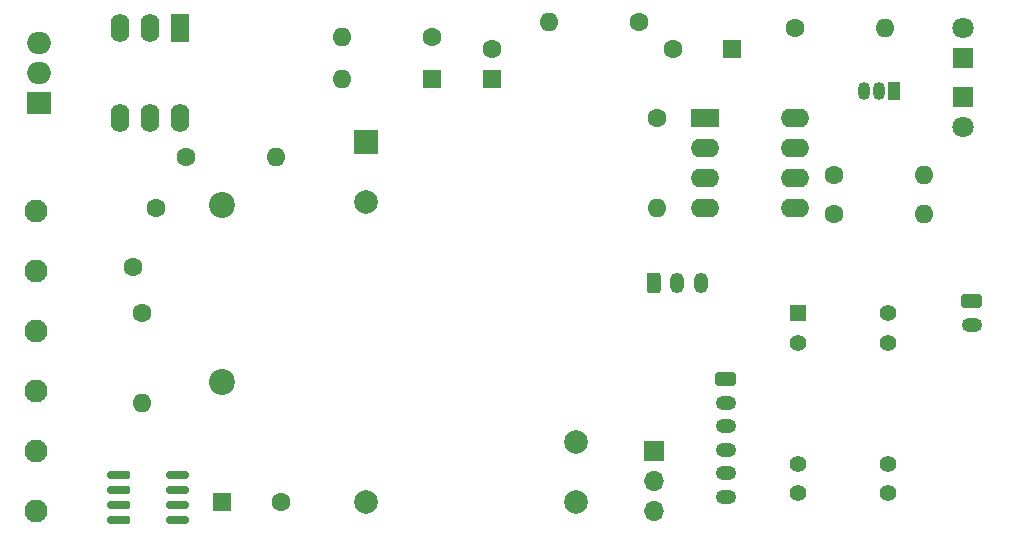
<source format=gbr>
%TF.GenerationSoftware,KiCad,Pcbnew,(5.1.10)-1*%
%TF.CreationDate,2021-11-25T21:10:27+00:00*%
%TF.ProjectId,vacSwitch,76616353-7769-4746-9368-2e6b69636164,rev?*%
%TF.SameCoordinates,Original*%
%TF.FileFunction,Soldermask,Top*%
%TF.FilePolarity,Negative*%
%FSLAX46Y46*%
G04 Gerber Fmt 4.6, Leading zero omitted, Abs format (unit mm)*
G04 Created by KiCad (PCBNEW (5.1.10)-1) date 2021-11-25 21:10:27*
%MOMM*%
%LPD*%
G01*
G04 APERTURE LIST*
%ADD10R,1.600000X1.600000*%
%ADD11C,1.600000*%
%ADD12C,1.950000*%
%ADD13O,1.750000X1.200000*%
%ADD14C,2.200000*%
%ADD15O,1.600000X1.600000*%
%ADD16C,1.800000*%
%ADD17R,1.800000X1.800000*%
%ADD18R,2.000000X1.905000*%
%ADD19O,2.000000X1.905000*%
%ADD20O,1.200000X1.750000*%
%ADD21R,1.700000X1.700000*%
%ADD22O,1.700000X1.700000*%
%ADD23C,1.400000*%
%ADD24R,1.400000X1.400000*%
%ADD25R,2.000000X2.000000*%
%ADD26C,2.000000*%
%ADD27O,1.050000X1.500000*%
%ADD28R,1.050000X1.500000*%
%ADD29R,2.400000X1.600000*%
%ADD30O,2.400000X1.600000*%
%ADD31R,1.600000X2.400000*%
%ADD32O,1.600000X2.400000*%
G04 APERTURE END LIST*
D10*
%TO.C,C3*%
X127000000Y-121285000D03*
D11*
X132000000Y-121285000D03*
%TD*%
D12*
%TO.C,J1*%
X111252000Y-96647000D03*
X111252000Y-101727000D03*
X111252000Y-106807000D03*
X111252000Y-111887000D03*
X111252000Y-116967000D03*
X111252000Y-122047000D03*
%TD*%
D13*
%TO.C,J3*%
X169672000Y-120871000D03*
X169672000Y-118871000D03*
X169672000Y-116871000D03*
X169672000Y-114871000D03*
X169672000Y-112871000D03*
G36*
G01*
X169046999Y-110271000D02*
X170297001Y-110271000D01*
G75*
G02*
X170547000Y-110520999I0J-249999D01*
G01*
X170547000Y-111221001D01*
G75*
G02*
X170297001Y-111471000I-249999J0D01*
G01*
X169046999Y-111471000D01*
G75*
G02*
X168797000Y-111221001I0J249999D01*
G01*
X168797000Y-110520999D01*
G75*
G02*
X169046999Y-110271000I249999J0D01*
G01*
G37*
%TD*%
D10*
%TO.C,C1*%
X170180000Y-82931000D03*
D11*
X165180000Y-82931000D03*
%TD*%
D10*
%TO.C,C4*%
X149860000Y-85471000D03*
D11*
X149860000Y-82971000D03*
%TD*%
D14*
%TO.C,C6*%
X127000000Y-96139000D03*
X127000000Y-111139000D03*
%TD*%
D10*
%TO.C,D1*%
X144780000Y-85471000D03*
D15*
X137160000Y-85471000D03*
%TD*%
D16*
%TO.C,D6*%
X189738000Y-81153000D03*
D17*
X189738000Y-83693000D03*
%TD*%
%TO.C,D7*%
X189738000Y-86995000D03*
D16*
X189738000Y-89535000D03*
%TD*%
D18*
%TO.C,D9*%
X111506000Y-87503000D03*
D19*
X111506000Y-84963000D03*
X111506000Y-82423000D03*
%TD*%
%TO.C,J2*%
G36*
G01*
X162976000Y-103368001D02*
X162976000Y-102117999D01*
G75*
G02*
X163225999Y-101868000I249999J0D01*
G01*
X163926001Y-101868000D01*
G75*
G02*
X164176000Y-102117999I0J-249999D01*
G01*
X164176000Y-103368001D01*
G75*
G02*
X163926001Y-103618000I-249999J0D01*
G01*
X163225999Y-103618000D01*
G75*
G02*
X162976000Y-103368001I0J249999D01*
G01*
G37*
D20*
X165576000Y-102743000D03*
X167576000Y-102743000D03*
%TD*%
%TO.C,J4*%
G36*
G01*
X189874999Y-103667000D02*
X191125001Y-103667000D01*
G75*
G02*
X191375000Y-103916999I0J-249999D01*
G01*
X191375000Y-104617001D01*
G75*
G02*
X191125001Y-104867000I-249999J0D01*
G01*
X189874999Y-104867000D01*
G75*
G02*
X189625000Y-104617001I0J249999D01*
G01*
X189625000Y-103916999D01*
G75*
G02*
X189874999Y-103667000I249999J0D01*
G01*
G37*
D13*
X190500000Y-106267000D03*
%TD*%
D21*
%TO.C,JP1*%
X163576000Y-116967000D03*
D22*
X163576000Y-119507000D03*
X163576000Y-122047000D03*
%TD*%
D23*
%TO.C,K1*%
X183388000Y-107823000D03*
X183388000Y-118083000D03*
X175768000Y-118083000D03*
X175768000Y-107823000D03*
D24*
X175768000Y-105283000D03*
D23*
X183388000Y-120523000D03*
X175768000Y-120523000D03*
X183388000Y-105283000D03*
%TD*%
D25*
%TO.C,PS1*%
X139192000Y-90805000D03*
D26*
X139192000Y-95885000D03*
X156972000Y-121285000D03*
X139192000Y-121285000D03*
X156972000Y-116205000D03*
%TD*%
D27*
%TO.C,Q1*%
X182626000Y-86487000D03*
X181356000Y-86487000D03*
D28*
X183896000Y-86487000D03*
%TD*%
D15*
%TO.C,R3*%
X163830000Y-96393000D03*
D11*
X163830000Y-88773000D03*
%TD*%
%TO.C,R4*%
X144780000Y-81915000D03*
D15*
X137160000Y-81915000D03*
%TD*%
D11*
%TO.C,R7*%
X178816000Y-96901000D03*
D15*
X186436000Y-96901000D03*
%TD*%
%TO.C,R8*%
X186436000Y-93599000D03*
D11*
X178816000Y-93599000D03*
%TD*%
D15*
%TO.C,R9*%
X183134000Y-81153000D03*
D11*
X175514000Y-81153000D03*
%TD*%
%TO.C,R10*%
X162306000Y-80645000D03*
D15*
X154686000Y-80645000D03*
%TD*%
D11*
%TO.C,R11*%
X120269000Y-105283000D03*
D15*
X120269000Y-112903000D03*
%TD*%
%TO.C,R12*%
X131572000Y-92075000D03*
D11*
X123952000Y-92075000D03*
%TD*%
%TO.C,RV1*%
X121412000Y-96393000D03*
X119512000Y-101393000D03*
%TD*%
D29*
%TO.C,U1*%
X167894000Y-88773000D03*
D30*
X175514000Y-96393000D03*
X167894000Y-91313000D03*
X175514000Y-93853000D03*
X167894000Y-93853000D03*
X175514000Y-91313000D03*
X167894000Y-96393000D03*
X175514000Y-88773000D03*
%TD*%
%TO.C,U2*%
G36*
G01*
X117327000Y-119149000D02*
X117327000Y-118849000D01*
G75*
G02*
X117477000Y-118699000I150000J0D01*
G01*
X119127000Y-118699000D01*
G75*
G02*
X119277000Y-118849000I0J-150000D01*
G01*
X119277000Y-119149000D01*
G75*
G02*
X119127000Y-119299000I-150000J0D01*
G01*
X117477000Y-119299000D01*
G75*
G02*
X117327000Y-119149000I0J150000D01*
G01*
G37*
G36*
G01*
X117327000Y-120419000D02*
X117327000Y-120119000D01*
G75*
G02*
X117477000Y-119969000I150000J0D01*
G01*
X119127000Y-119969000D01*
G75*
G02*
X119277000Y-120119000I0J-150000D01*
G01*
X119277000Y-120419000D01*
G75*
G02*
X119127000Y-120569000I-150000J0D01*
G01*
X117477000Y-120569000D01*
G75*
G02*
X117327000Y-120419000I0J150000D01*
G01*
G37*
G36*
G01*
X117327000Y-121689000D02*
X117327000Y-121389000D01*
G75*
G02*
X117477000Y-121239000I150000J0D01*
G01*
X119127000Y-121239000D01*
G75*
G02*
X119277000Y-121389000I0J-150000D01*
G01*
X119277000Y-121689000D01*
G75*
G02*
X119127000Y-121839000I-150000J0D01*
G01*
X117477000Y-121839000D01*
G75*
G02*
X117327000Y-121689000I0J150000D01*
G01*
G37*
G36*
G01*
X117327000Y-122959000D02*
X117327000Y-122659000D01*
G75*
G02*
X117477000Y-122509000I150000J0D01*
G01*
X119127000Y-122509000D01*
G75*
G02*
X119277000Y-122659000I0J-150000D01*
G01*
X119277000Y-122959000D01*
G75*
G02*
X119127000Y-123109000I-150000J0D01*
G01*
X117477000Y-123109000D01*
G75*
G02*
X117327000Y-122959000I0J150000D01*
G01*
G37*
G36*
G01*
X122277000Y-122959000D02*
X122277000Y-122659000D01*
G75*
G02*
X122427000Y-122509000I150000J0D01*
G01*
X124077000Y-122509000D01*
G75*
G02*
X124227000Y-122659000I0J-150000D01*
G01*
X124227000Y-122959000D01*
G75*
G02*
X124077000Y-123109000I-150000J0D01*
G01*
X122427000Y-123109000D01*
G75*
G02*
X122277000Y-122959000I0J150000D01*
G01*
G37*
G36*
G01*
X122277000Y-121689000D02*
X122277000Y-121389000D01*
G75*
G02*
X122427000Y-121239000I150000J0D01*
G01*
X124077000Y-121239000D01*
G75*
G02*
X124227000Y-121389000I0J-150000D01*
G01*
X124227000Y-121689000D01*
G75*
G02*
X124077000Y-121839000I-150000J0D01*
G01*
X122427000Y-121839000D01*
G75*
G02*
X122277000Y-121689000I0J150000D01*
G01*
G37*
G36*
G01*
X122277000Y-120419000D02*
X122277000Y-120119000D01*
G75*
G02*
X122427000Y-119969000I150000J0D01*
G01*
X124077000Y-119969000D01*
G75*
G02*
X124227000Y-120119000I0J-150000D01*
G01*
X124227000Y-120419000D01*
G75*
G02*
X124077000Y-120569000I-150000J0D01*
G01*
X122427000Y-120569000D01*
G75*
G02*
X122277000Y-120419000I0J150000D01*
G01*
G37*
G36*
G01*
X122277000Y-119149000D02*
X122277000Y-118849000D01*
G75*
G02*
X122427000Y-118699000I150000J0D01*
G01*
X124077000Y-118699000D01*
G75*
G02*
X124227000Y-118849000I0J-150000D01*
G01*
X124227000Y-119149000D01*
G75*
G02*
X124077000Y-119299000I-150000J0D01*
G01*
X122427000Y-119299000D01*
G75*
G02*
X122277000Y-119149000I0J150000D01*
G01*
G37*
%TD*%
D31*
%TO.C,U3*%
X123444000Y-81153000D03*
D32*
X118364000Y-88773000D03*
X120904000Y-81153000D03*
X120904000Y-88773000D03*
X118364000Y-81153000D03*
X123444000Y-88773000D03*
%TD*%
M02*

</source>
